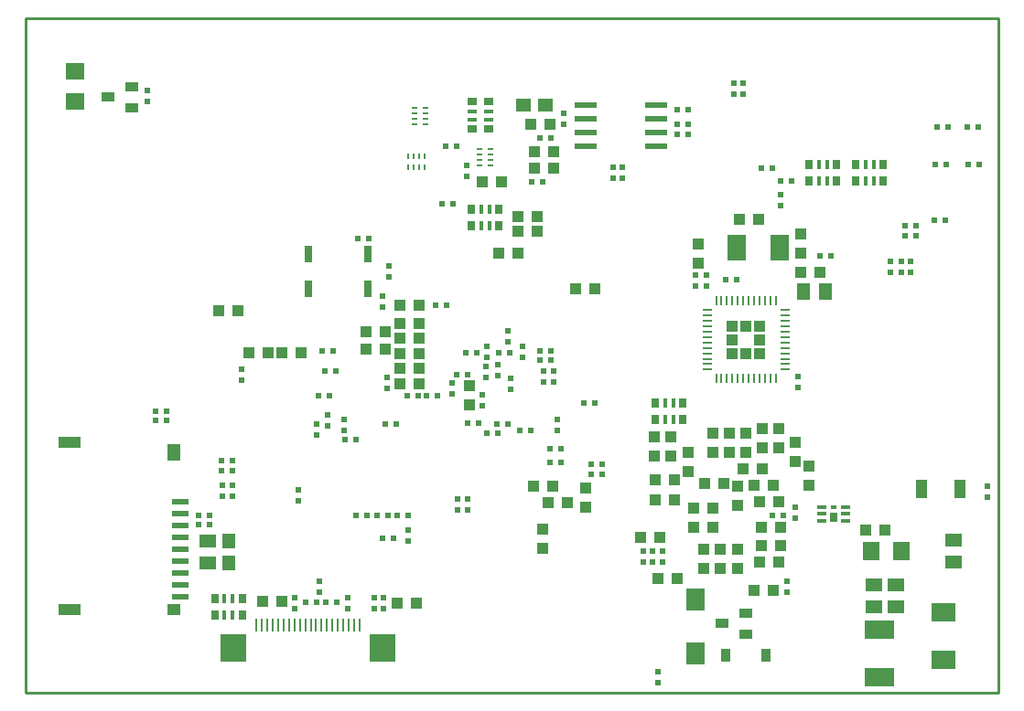
<source format=gbr>
G04 #@! TF.FileFunction,Paste,Bot*
%FSLAX46Y46*%
G04 Gerber Fmt 4.6, Leading zero omitted, Abs format (unit mm)*
G04 Created by KiCad (PCBNEW 201609201018+7184~55~ubuntu14.04.1-) date Fri Sep 23 16:33:06 2016*
%MOMM*%
%LPD*%
G01*
G04 APERTURE LIST*
%ADD10C,0.100000*%
%ADD11C,0.254000*%
%ADD12R,0.711200X0.965200*%
%ADD13R,0.457200X0.965200*%
%ADD14R,0.550000X0.500000*%
%ADD15R,0.900000X0.350000*%
%ADD16R,0.800000X0.950000*%
%ADD17R,0.600000X0.350000*%
%ADD18R,0.605000X0.230000*%
%ADD19R,0.500000X0.550000*%
%ADD20R,1.016000X1.016000*%
%ADD21R,1.524000X1.270000*%
%ADD22R,1.700000X2.000000*%
%ADD23R,0.898400X1.298400*%
%ADD24R,1.298400X0.898400*%
%ADD25R,1.800000X1.600000*%
%ADD26R,2.700000X1.800000*%
%ADD27R,1.422400X1.168400*%
%ADD28R,1.168400X1.422400*%
%ADD29R,0.800000X1.500000*%
%ADD30R,0.965200X0.711200*%
%ADD31R,0.965200X0.457200*%
%ADD32R,0.230000X0.605000*%
%ADD33R,1.524000X1.778000*%
%ADD34R,1.016000X1.778000*%
%ADD35R,1.270000X1.524000*%
%ADD36R,1.798320X2.397760*%
%ADD37R,2.098400X0.498400*%
%ADD38R,2.286000X1.778000*%
%ADD39R,1.496060X0.596900*%
%ADD40R,1.297940X1.097280*%
%ADD41R,1.297940X1.496060*%
%ADD42R,2.098040X1.097280*%
%ADD43R,0.230000X1.280000*%
%ADD44R,2.400000X2.600000*%
%ADD45R,1.000000X1.000000*%
%ADD46R,0.880000X0.230000*%
%ADD47R,0.230000X0.880000*%
G04 APERTURE END LIST*
D10*
D11*
X100000000Y-37500000D02*
X100000000Y-100000000D01*
X190000000Y-37500000D02*
X100000000Y-37500000D01*
X190000000Y-100000000D02*
X190000000Y-37500000D01*
X100000000Y-100000000D02*
X190000000Y-100000000D01*
D12*
X179324000Y-51054000D03*
X179324000Y-52578000D03*
X176784000Y-51054000D03*
X176784000Y-52578000D03*
D13*
X178435000Y-51054000D03*
X177673000Y-51054000D03*
X178435000Y-52578000D03*
X177673000Y-52578000D03*
D14*
X133604000Y-60452000D03*
X133604000Y-61468000D03*
X111252000Y-44196000D03*
X111252000Y-45212000D03*
D15*
X173652000Y-84089000D03*
X173652000Y-83439000D03*
X173652000Y-82789000D03*
X175852000Y-82789000D03*
X175852000Y-83439000D03*
X175852000Y-84089000D03*
D16*
X174752000Y-83789000D03*
D17*
X174752000Y-82789000D03*
D18*
X135987500Y-47350000D03*
X137012500Y-47350000D03*
X135987500Y-46850000D03*
X137012500Y-46850000D03*
X135987500Y-46350000D03*
X137012500Y-46350000D03*
X135987500Y-45850000D03*
X137012500Y-45850000D03*
D12*
X143764000Y-55245000D03*
X143764000Y-56769000D03*
X141224000Y-55245000D03*
X141224000Y-56769000D03*
D13*
X142875000Y-55245000D03*
X142113000Y-55245000D03*
X142875000Y-56769000D03*
X142113000Y-56769000D03*
D18*
X143012500Y-49650000D03*
X141987500Y-49650000D03*
X143012500Y-50150000D03*
X141987500Y-50150000D03*
X143012500Y-50650000D03*
X141987500Y-50650000D03*
X143012500Y-51150000D03*
X141987500Y-51150000D03*
D14*
X135400000Y-84892000D03*
X135400000Y-85908000D03*
D19*
X135382000Y-83566000D03*
X134366000Y-83566000D03*
X133477000Y-83566000D03*
X132461000Y-83566000D03*
X131572000Y-83566000D03*
X130556000Y-83566000D03*
D20*
X134366000Y-91694000D03*
X136144000Y-91694000D03*
D14*
X129800000Y-91192000D03*
X129800000Y-92208000D03*
X124900000Y-91192000D03*
X124900000Y-92208000D03*
X125200000Y-82208000D03*
X125200000Y-81192000D03*
X129413000Y-75692000D03*
X129413000Y-74676000D03*
D20*
X123711000Y-68500000D03*
X125489000Y-68500000D03*
D14*
X119100000Y-81808000D03*
X119100000Y-80792000D03*
D19*
X132992000Y-85700000D03*
X134008000Y-85700000D03*
D14*
X133096000Y-91186000D03*
X133096000Y-92202000D03*
X132207000Y-91186000D03*
X132207000Y-92202000D03*
X133400000Y-70792000D03*
X133400000Y-71808000D03*
D20*
X123689000Y-91500000D03*
X121911000Y-91500000D03*
D19*
X143592000Y-75100000D03*
X144608000Y-75100000D03*
X145692000Y-75700000D03*
X146708000Y-75700000D03*
X130556000Y-76581000D03*
X129540000Y-76581000D03*
X127692000Y-70200000D03*
X128708000Y-70200000D03*
D20*
X133223000Y-68199000D03*
X131445000Y-68199000D03*
D19*
X141908000Y-75000000D03*
X140892000Y-75000000D03*
X119108000Y-78500000D03*
X118092000Y-78500000D03*
D14*
X127200000Y-89692000D03*
X127200000Y-90708000D03*
D19*
X127392000Y-68300000D03*
X128408000Y-68300000D03*
D20*
X122389000Y-68500000D03*
X120611000Y-68500000D03*
X147828000Y-86614000D03*
X147828000Y-84836000D03*
D14*
X127900000Y-74292000D03*
X127900000Y-75308000D03*
D19*
X143708000Y-76000000D03*
X142692000Y-76000000D03*
X133292000Y-75100000D03*
X134308000Y-75100000D03*
D14*
X126900000Y-76108000D03*
X126900000Y-75092000D03*
D19*
X148608000Y-69200000D03*
X147592000Y-69200000D03*
X138492000Y-54700000D03*
X139508000Y-54700000D03*
D20*
X144018000Y-52705000D03*
X142240000Y-52705000D03*
D19*
X148590000Y-48641000D03*
X147574000Y-48641000D03*
D20*
X148844000Y-49911000D03*
X147066000Y-49911000D03*
X146685000Y-47371000D03*
X148463000Y-47371000D03*
X147066000Y-51435000D03*
X148844000Y-51435000D03*
D19*
X146812000Y-52705000D03*
X147828000Y-52705000D03*
X140908000Y-70500000D03*
X139892000Y-70500000D03*
D14*
X139425000Y-71317000D03*
X139425000Y-72333000D03*
D19*
X138108000Y-72500000D03*
X137092000Y-72500000D03*
D20*
X136398000Y-69977000D03*
X134620000Y-69977000D03*
X134620000Y-65786000D03*
X136398000Y-65786000D03*
X136398000Y-68580000D03*
X134620000Y-68580000D03*
X134620000Y-67183000D03*
X136398000Y-67183000D03*
X134620000Y-71374000D03*
X136398000Y-71374000D03*
X141050000Y-71586000D03*
X141050000Y-73364000D03*
D21*
X116840000Y-85979000D03*
X116840000Y-88011000D03*
D14*
X179959000Y-61087000D03*
X179959000Y-60071000D03*
X144625000Y-66442000D03*
X144625000Y-67458000D03*
D19*
X143792000Y-68500000D03*
X144808000Y-68500000D03*
D14*
X147900000Y-70192000D03*
X147900000Y-71208000D03*
X142700000Y-68908000D03*
X142700000Y-67892000D03*
D19*
X148608000Y-68300000D03*
X147592000Y-68300000D03*
D14*
X148800000Y-71208000D03*
X148800000Y-70192000D03*
D20*
X145542000Y-59309000D03*
X143764000Y-59309000D03*
D14*
X142600000Y-70808000D03*
X142600000Y-69792000D03*
D21*
X180467000Y-90043000D03*
X180467000Y-92075000D03*
X178435000Y-90043000D03*
X178435000Y-92075000D03*
D20*
X147320000Y-55880000D03*
X145542000Y-55880000D03*
X169799000Y-84709000D03*
X168021000Y-84709000D03*
D19*
X148492000Y-77400000D03*
X149508000Y-77400000D03*
D20*
X158242000Y-80264000D03*
X160020000Y-80264000D03*
X163576000Y-82931000D03*
X161798000Y-82931000D03*
D19*
X153289000Y-79756000D03*
X152273000Y-79756000D03*
D20*
X169799000Y-86360000D03*
X168021000Y-86360000D03*
D19*
X153289000Y-78867000D03*
X152273000Y-78867000D03*
D14*
X149200000Y-74692000D03*
X149200000Y-75708000D03*
D20*
X165862000Y-86741000D03*
X165862000Y-88519000D03*
D19*
X148492000Y-78700000D03*
X149508000Y-78700000D03*
D20*
X177673000Y-84963000D03*
X179451000Y-84963000D03*
X151765000Y-82804000D03*
X151765000Y-81026000D03*
X146939000Y-80899000D03*
X148717000Y-80899000D03*
X164211000Y-86741000D03*
X164211000Y-88519000D03*
X172466000Y-80772000D03*
X172466000Y-78994000D03*
X148336000Y-82423000D03*
X150114000Y-82423000D03*
X162687000Y-88519000D03*
X162687000Y-86741000D03*
X160274000Y-89408000D03*
X158496000Y-89408000D03*
X169164000Y-90551000D03*
X167386000Y-90551000D03*
X166624000Y-75946000D03*
X166624000Y-77724000D03*
D14*
X142200000Y-73408000D03*
X142200000Y-72392000D03*
D19*
X184277000Y-47625000D03*
X185293000Y-47625000D03*
D20*
X165862000Y-82677000D03*
X165862000Y-80899000D03*
D14*
X144900000Y-71908000D03*
X144900000Y-70892000D03*
D20*
X158242000Y-82169000D03*
X160020000Y-82169000D03*
X158115000Y-78105000D03*
X158115000Y-76327000D03*
X164592000Y-80645000D03*
X162814000Y-80645000D03*
X161290000Y-77724000D03*
X161290000Y-79502000D03*
X163576000Y-75946000D03*
X163576000Y-77724000D03*
X165100000Y-75946000D03*
X165100000Y-77724000D03*
X166370000Y-79248000D03*
X168148000Y-79248000D03*
X159639000Y-78105000D03*
X159639000Y-76327000D03*
X167386000Y-80772000D03*
X169164000Y-80772000D03*
X161798000Y-84709000D03*
X163576000Y-84709000D03*
X158623000Y-85598000D03*
X156845000Y-85598000D03*
X171196000Y-76835000D03*
X171196000Y-78613000D03*
X167894000Y-82296000D03*
X169672000Y-82296000D03*
D19*
X184150000Y-51054000D03*
X185166000Y-51054000D03*
D20*
X169672000Y-75565000D03*
X169672000Y-77343000D03*
X168148000Y-75565000D03*
X168148000Y-77343000D03*
D21*
X185801000Y-85852000D03*
X185801000Y-87884000D03*
D20*
X167894000Y-87884000D03*
X169672000Y-87884000D03*
D19*
X131699000Y-57912000D03*
X130683000Y-57912000D03*
D14*
X132969000Y-63246000D03*
X132969000Y-64262000D03*
D20*
X147320000Y-57277000D03*
X145542000Y-57277000D03*
D19*
X140692000Y-68500000D03*
X141708000Y-68500000D03*
D20*
X119634000Y-64643000D03*
X117856000Y-64643000D03*
D14*
X146000000Y-67892000D03*
X146000000Y-68908000D03*
D20*
X134620000Y-64135000D03*
X136398000Y-64135000D03*
X152654000Y-62611000D03*
X150876000Y-62611000D03*
D22*
X161925000Y-96353000D03*
X161925000Y-91353000D03*
D23*
X168524000Y-96520000D03*
X164724000Y-96520000D03*
D24*
X107609640Y-44828460D03*
X109819440Y-45783500D03*
X109819440Y-43881040D03*
X164378640Y-93596460D03*
X166588440Y-94551500D03*
X166588440Y-92649040D03*
D25*
X104521000Y-45215000D03*
X104521000Y-42415000D03*
D26*
X178943000Y-94193000D03*
X178943000Y-98593000D03*
D27*
X146050000Y-45593000D03*
X148082000Y-45593000D03*
D28*
X118745000Y-85979000D03*
X118745000Y-88011000D03*
D29*
X131655000Y-59360000D03*
X131655000Y-62560000D03*
X126155000Y-62560000D03*
X126155000Y-59360000D03*
D19*
X127092000Y-72500000D03*
X128108000Y-72500000D03*
D14*
X140843000Y-83058000D03*
X140843000Y-82042000D03*
X139954000Y-83058000D03*
X139954000Y-82042000D03*
D19*
X169037000Y-51435000D03*
X168021000Y-51435000D03*
D14*
X169799000Y-54864000D03*
X169799000Y-53848000D03*
D19*
X138938000Y-64135000D03*
X137922000Y-64135000D03*
X151638000Y-73152000D03*
X152654000Y-73152000D03*
D30*
X141338000Y-45230000D03*
X142862000Y-45230000D03*
X141338000Y-47770000D03*
X142862000Y-47770000D03*
D31*
X141338000Y-46119000D03*
X141338000Y-46881000D03*
X142862000Y-46119000D03*
X142862000Y-46881000D03*
D32*
X136894000Y-51312500D03*
X136894000Y-50287500D03*
X136394000Y-51312500D03*
X136394000Y-50287500D03*
X135894000Y-51312500D03*
X135894000Y-50287500D03*
X135394000Y-51312500D03*
X135394000Y-50287500D03*
D12*
X120015000Y-91313000D03*
X120015000Y-92837000D03*
X117475000Y-91313000D03*
X117475000Y-92837000D03*
D13*
X119126000Y-91313000D03*
X118364000Y-91313000D03*
X119126000Y-92837000D03*
X118364000Y-92837000D03*
D12*
X175006000Y-51054000D03*
X175006000Y-52578000D03*
X172466000Y-51054000D03*
X172466000Y-52578000D03*
D13*
X174117000Y-51054000D03*
X173355000Y-51054000D03*
X174117000Y-52578000D03*
X173355000Y-52578000D03*
D19*
X184023000Y-56261000D03*
X185039000Y-56261000D03*
D14*
X181864000Y-60071000D03*
X181864000Y-61087000D03*
D19*
X174498000Y-59563000D03*
X173482000Y-59563000D03*
D14*
X180975000Y-61087000D03*
X180975000Y-60071000D03*
D19*
X169799000Y-52578000D03*
X170815000Y-52578000D03*
D14*
X143700000Y-69592000D03*
X143700000Y-70608000D03*
X170434000Y-89662000D03*
X170434000Y-90678000D03*
X171196000Y-82804000D03*
X171196000Y-83820000D03*
D33*
X178181000Y-86868000D03*
X180975000Y-86868000D03*
D19*
X170053000Y-83566000D03*
X169037000Y-83566000D03*
D14*
X157099000Y-87884000D03*
X157099000Y-86868000D03*
X157988000Y-87884000D03*
X157988000Y-86868000D03*
D19*
X188087000Y-47625000D03*
X187071000Y-47625000D03*
D14*
X158877000Y-86868000D03*
X158877000Y-87884000D03*
D19*
X188214000Y-51054000D03*
X187198000Y-51054000D03*
D14*
X158496000Y-98044000D03*
X158496000Y-99060000D03*
D19*
X115951000Y-83566000D03*
X116967000Y-83566000D03*
X115951000Y-84455000D03*
X116967000Y-84455000D03*
D14*
X154305000Y-52324000D03*
X154305000Y-51308000D03*
D19*
X138811000Y-49403000D03*
X139827000Y-49403000D03*
D14*
X140800000Y-51192000D03*
X140800000Y-52208000D03*
D19*
X135255000Y-72517000D03*
X136271000Y-72517000D03*
D14*
X120000000Y-71008000D03*
X120000000Y-69992000D03*
X118200000Y-80792000D03*
X118200000Y-81808000D03*
D19*
X118092000Y-79400000D03*
X119108000Y-79400000D03*
X128808000Y-91600000D03*
X127792000Y-91600000D03*
X125892000Y-91600000D03*
X126908000Y-91600000D03*
X181356000Y-56769000D03*
X182372000Y-56769000D03*
X181356000Y-57658000D03*
X182372000Y-57658000D03*
D20*
X131445000Y-66548000D03*
X133223000Y-66548000D03*
D34*
X186436000Y-81153000D03*
X182880000Y-81153000D03*
D35*
X171958000Y-62865000D03*
X173990000Y-62865000D03*
D20*
X162179000Y-58420000D03*
X162179000Y-60198000D03*
X171704000Y-57531000D03*
X171704000Y-59309000D03*
X167767000Y-56134000D03*
X165989000Y-56134000D03*
D36*
X169765980Y-58801000D03*
X165768020Y-58801000D03*
D19*
X161925000Y-61341000D03*
X162941000Y-61341000D03*
X164719000Y-61722000D03*
X165735000Y-61722000D03*
D14*
X188976000Y-80899000D03*
X188976000Y-81915000D03*
D20*
X171704000Y-61087000D03*
X173482000Y-61087000D03*
D12*
X158242000Y-74676000D03*
X158242000Y-73152000D03*
X160782000Y-74676000D03*
X160782000Y-73152000D03*
D13*
X159131000Y-74676000D03*
X159893000Y-74676000D03*
X159131000Y-73152000D03*
X159893000Y-73152000D03*
D19*
X161925000Y-62357000D03*
X162941000Y-62357000D03*
D14*
X171450000Y-71755000D03*
X171450000Y-70739000D03*
X149733000Y-47371000D03*
X149733000Y-46355000D03*
D19*
X160274000Y-45974000D03*
X161290000Y-45974000D03*
X160274000Y-48260000D03*
X161290000Y-48260000D03*
X160274000Y-47371000D03*
X161290000Y-47371000D03*
D14*
X155194000Y-51308000D03*
X155194000Y-52324000D03*
D37*
X158302000Y-45593000D03*
X158302000Y-46863000D03*
X158302000Y-48133000D03*
X158302000Y-49403000D03*
X151832000Y-49403000D03*
X151832000Y-48133000D03*
X151832000Y-46863000D03*
X151832000Y-45593000D03*
D38*
X184912000Y-92565000D03*
X184912000Y-96919000D03*
D39*
X114307620Y-82334100D03*
X114307620Y-83433920D03*
X114307620Y-84533740D03*
X114307620Y-85631020D03*
X114307620Y-86730840D03*
X114307620Y-87830660D03*
X114307620Y-88930480D03*
X114307620Y-90030300D03*
X114307620Y-91130120D03*
D40*
X113682780Y-92331540D03*
D41*
X113682780Y-77734160D03*
D42*
X104084120Y-92331540D03*
X104084120Y-76832460D03*
D43*
X121361000Y-93770000D03*
X121861000Y-93770000D03*
X122361000Y-93770000D03*
X122861000Y-93770000D03*
X123361000Y-93770000D03*
X123861000Y-93770000D03*
X124361000Y-93770000D03*
X124861000Y-93770000D03*
X125361000Y-93770000D03*
X125861000Y-93770000D03*
X126361000Y-93770000D03*
X126861000Y-93770000D03*
X127361000Y-93770000D03*
X127861000Y-93770000D03*
X128361000Y-93770000D03*
X128861000Y-93770000D03*
X129361000Y-93770000D03*
X129861000Y-93770000D03*
X130361000Y-93770000D03*
X130861000Y-93770000D03*
D44*
X119211000Y-95870000D03*
X133011000Y-95870000D03*
D45*
X167919400Y-66014600D03*
X166624000Y-66014600D03*
X167919400Y-67310000D03*
X167919400Y-68605400D03*
X166624000Y-68605400D03*
X165328600Y-68605400D03*
X165328600Y-67310000D03*
D46*
X170224000Y-64560000D03*
X170224000Y-65060000D03*
X170224000Y-65560000D03*
X170224000Y-66060000D03*
X170224000Y-66560000D03*
X170224000Y-67060000D03*
X170224000Y-67560000D03*
X170224000Y-68060000D03*
X170224000Y-68560000D03*
X170224000Y-69060000D03*
X170224000Y-69560000D03*
X170224000Y-70060000D03*
D47*
X169374000Y-70910000D03*
X168874000Y-70910000D03*
X168374000Y-70910000D03*
X167874000Y-70910000D03*
X167374000Y-70910000D03*
X166874000Y-70910000D03*
X166374000Y-70910000D03*
X165874000Y-70910000D03*
X165374000Y-70910000D03*
X164874000Y-70910000D03*
X164374000Y-70910000D03*
X163874000Y-70910000D03*
D46*
X163024000Y-70060000D03*
X163024000Y-69560000D03*
X163024000Y-69060000D03*
X163024000Y-68560000D03*
X163024000Y-68060000D03*
X163024000Y-67560000D03*
X163024000Y-67060000D03*
X163024000Y-66560000D03*
X163024000Y-66060000D03*
X163024000Y-65560000D03*
X163024000Y-65060000D03*
X163024000Y-64560000D03*
D47*
X163874000Y-63710000D03*
X164374000Y-63710000D03*
X164874000Y-63710000D03*
X165374000Y-63710000D03*
X165874000Y-63710000D03*
X166374000Y-63710000D03*
X166874000Y-63710000D03*
X167374000Y-63710000D03*
X167874000Y-63710000D03*
X168374000Y-63710000D03*
X168874000Y-63710000D03*
X169374000Y-63710000D03*
D45*
X165328600Y-66014600D03*
D19*
X112014000Y-73914000D03*
X113030000Y-73914000D03*
X112014000Y-74803000D03*
X113030000Y-74803000D03*
D14*
X166370000Y-43561000D03*
X166370000Y-44577000D03*
X165481000Y-43561000D03*
X165481000Y-44577000D03*
M02*

</source>
